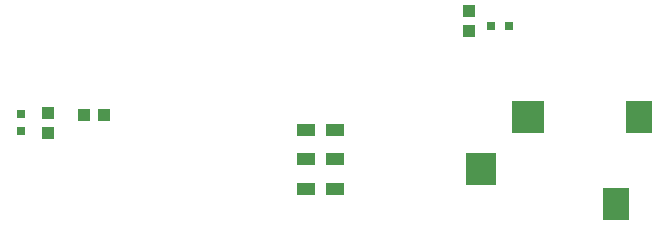
<source format=gbr>
G04 EAGLE Gerber RS-274X export*
G75*
%MOMM*%
%FSLAX34Y34*%
%LPD*%
%INSolderpaste Top*%
%IPPOS*%
%AMOC8*
5,1,8,0,0,1.08239X$1,22.5*%
G01*
%ADD10R,0.800000X0.800000*%
%ADD11R,1.100000X1.000000*%
%ADD12R,1.000000X1.100000*%
%ADD13R,2.200000X2.800000*%
%ADD14R,2.600000X2.800000*%
%ADD15R,2.800000X2.800000*%
%ADD16R,1.600000X1.000000*%


D10*
X45244Y242450D03*
X45244Y227450D03*
D11*
X68263Y225656D03*
X68263Y242656D03*
D12*
X98656Y241300D03*
X115656Y241300D03*
D13*
X568975Y239875D03*
X548975Y165875D03*
D14*
X434975Y195375D03*
D15*
X474975Y239875D03*
D16*
X287256Y228994D03*
X287256Y203994D03*
X287256Y178994D03*
X311256Y228994D03*
X311256Y203994D03*
X311256Y178994D03*
D10*
X443350Y316706D03*
X458350Y316706D03*
D11*
X424656Y312175D03*
X424656Y329175D03*
M02*

</source>
